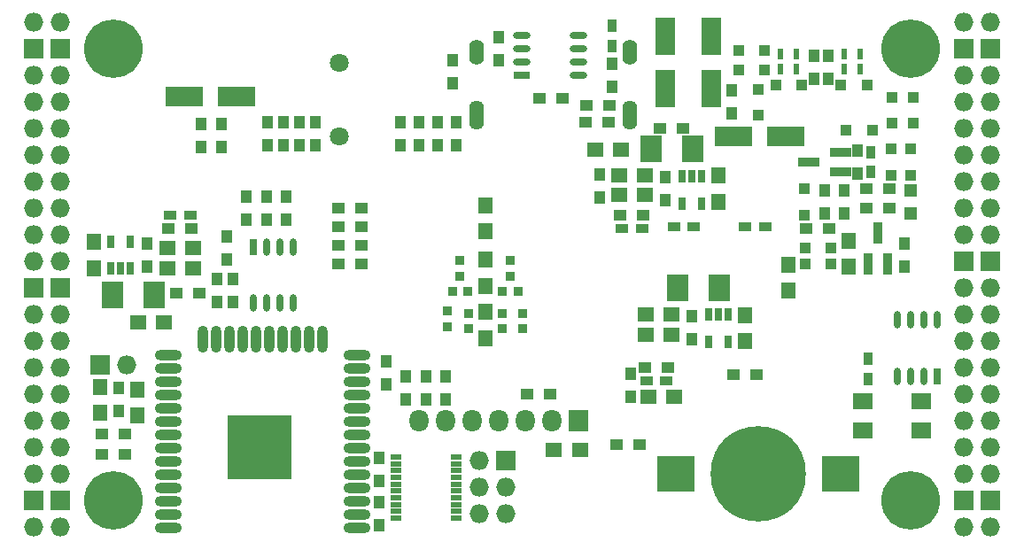
<source format=gbs>
G04 #@! TF.FileFunction,Soldermask,Bot*
%FSLAX46Y46*%
G04 Gerber Fmt 4.6, Leading zero omitted, Abs format (unit mm)*
G04 Created by KiCad (PCBNEW 4.0.7+dfsg1-1) date Fri Feb 23 19:31:04 2018*
%MOMM*%
%LPD*%
G01*
G04 APERTURE LIST*
%ADD10C,0.100000*%
%ADD11O,1.827200X1.827200*%
%ADD12R,1.827200X1.827200*%
%ADD13R,1.000000X1.300000*%
%ADD14R,1.900000X3.600000*%
%ADD15R,1.300000X1.000000*%
%ADD16R,2.100000X2.600000*%
%ADD17R,0.800000X1.300000*%
%ADD18R,1.350000X1.600000*%
%ADD19R,1.600000X1.350000*%
%ADD20R,0.900000X2.000000*%
%ADD21R,2.000000X0.900000*%
%ADD22R,1.300000X0.850000*%
%ADD23R,0.850000X1.300000*%
%ADD24C,5.600000*%
%ADD25R,1.100000X0.500000*%
%ADD26R,1.827200X2.132000*%
%ADD27O,1.827200X2.132000*%
%ADD28R,3.600000X1.900000*%
%ADD29R,3.600000X3.400000*%
%ADD30C,9.100000*%
%ADD31R,1.100000X1.100000*%
%ADD32C,1.800000*%
%ADD33O,1.400000X2.800000*%
%ADD34O,1.400000X2.400000*%
%ADD35R,0.700000X1.650000*%
%ADD36O,0.700000X1.650000*%
%ADD37R,1.650000X0.700000*%
%ADD38O,1.650000X0.700000*%
%ADD39O,2.600000X1.000000*%
%ADD40O,1.000000X2.600000*%
%ADD41R,6.100000X6.100000*%
%ADD42R,1.900000X1.500000*%
%ADD43R,1.300000X1.300000*%
%ADD44R,0.850000X0.900000*%
%ADD45R,0.900000X0.850000*%
%ADD46R,0.600000X1.000000*%
G04 APERTURE END LIST*
D10*
D11*
X97910000Y-62690000D03*
X95370000Y-62690000D03*
D12*
X97910000Y-65230000D03*
X95370000Y-65230000D03*
D11*
X97910000Y-67770000D03*
X95370000Y-67770000D03*
X97910000Y-70310000D03*
X95370000Y-70310000D03*
X97910000Y-72850000D03*
X95370000Y-72850000D03*
X97910000Y-75390000D03*
X95370000Y-75390000D03*
X97910000Y-77930000D03*
X95370000Y-77930000D03*
X97910000Y-80470000D03*
X95370000Y-80470000D03*
X97910000Y-83010000D03*
X95370000Y-83010000D03*
X97910000Y-85550000D03*
X95370000Y-85550000D03*
D12*
X97910000Y-88090000D03*
X95370000Y-88090000D03*
D11*
X97910000Y-90630000D03*
X95370000Y-90630000D03*
X97910000Y-93170000D03*
X95370000Y-93170000D03*
X97910000Y-95710000D03*
X95370000Y-95710000D03*
X97910000Y-98250000D03*
X95370000Y-98250000D03*
X97910000Y-100790000D03*
X95370000Y-100790000D03*
X97910000Y-103330000D03*
X95370000Y-103330000D03*
X97910000Y-105870000D03*
X95370000Y-105870000D03*
D12*
X97910000Y-108410000D03*
X95370000Y-108410000D03*
D11*
X97910000Y-110950000D03*
X95370000Y-110950000D03*
D13*
X103498000Y-99858000D03*
X103498000Y-97658000D03*
D14*
X155695000Y-69000000D03*
X155695000Y-64000000D03*
D15*
X157430000Y-72850000D03*
X155230000Y-72850000D03*
D16*
X160870000Y-88090000D03*
X156870000Y-88090000D03*
D17*
X159825000Y-90600000D03*
X160775000Y-90600000D03*
X161725000Y-90600000D03*
X161725000Y-93200000D03*
X159825000Y-93200000D03*
D16*
X102895000Y-88725000D03*
X106895000Y-88725000D03*
D17*
X104575000Y-86215000D03*
X103625000Y-86215000D03*
X102675000Y-86215000D03*
X102675000Y-83615000D03*
X104575000Y-83615000D03*
D16*
X158330000Y-74755000D03*
X154330000Y-74755000D03*
D17*
X157285000Y-77392000D03*
X158235000Y-77392000D03*
X159185000Y-77392000D03*
X159185000Y-79992000D03*
X157285000Y-79992000D03*
D18*
X101085000Y-83665000D03*
X101085000Y-86165000D03*
D19*
X153810000Y-90630000D03*
X156310000Y-90630000D03*
X153810000Y-92535000D03*
X156310000Y-92535000D03*
D18*
X163315000Y-93150000D03*
X163315000Y-90650000D03*
D19*
X151270000Y-79200000D03*
X153770000Y-79200000D03*
X151270000Y-77295000D03*
X153770000Y-77295000D03*
D18*
X160775000Y-79815000D03*
X160775000Y-77315000D03*
D19*
X110590000Y-84280000D03*
X108090000Y-84280000D03*
X110590000Y-86185000D03*
X108090000Y-86185000D03*
D18*
X173221000Y-86038000D03*
X173221000Y-83538000D03*
D20*
X176965000Y-85780000D03*
X175065000Y-85780000D03*
X176015000Y-82780000D03*
D21*
X172435000Y-75075000D03*
X172435000Y-76975000D03*
X169435000Y-76025000D03*
D22*
X153910000Y-96910000D03*
X155810000Y-96910000D03*
X151570000Y-82375000D03*
X153470000Y-82375000D03*
X110290000Y-81105000D03*
X108390000Y-81105000D03*
D23*
X175380000Y-75075000D03*
X175380000Y-76975000D03*
D15*
X169200000Y-82375000D03*
X171400000Y-82375000D03*
D13*
X172840000Y-80935000D03*
X172840000Y-78735000D03*
D15*
X177115000Y-80470000D03*
X174915000Y-80470000D03*
D13*
X174110000Y-74925000D03*
X174110000Y-77125000D03*
X178555000Y-83815000D03*
X178555000Y-86015000D03*
X113785000Y-83180000D03*
X113785000Y-85380000D03*
X170935000Y-80935000D03*
X170935000Y-78735000D03*
X128390000Y-108580000D03*
X128390000Y-110780000D03*
D15*
X153239000Y-103076000D03*
X151039000Y-103076000D03*
X177115000Y-78565000D03*
X174915000Y-78565000D03*
X153760000Y-95640000D03*
X155960000Y-95640000D03*
X110440000Y-82375000D03*
X108240000Y-82375000D03*
X151420000Y-81105000D03*
X153620000Y-81105000D03*
D13*
X158235000Y-90800000D03*
X158235000Y-93000000D03*
X106165000Y-86015000D03*
X106165000Y-83815000D03*
X155695000Y-77465000D03*
X155695000Y-79665000D03*
D15*
X126696000Y-85804000D03*
X124496000Y-85804000D03*
X126696000Y-84026000D03*
X124496000Y-84026000D03*
X126696000Y-82248000D03*
X124496000Y-82248000D03*
X126696000Y-80470000D03*
X124496000Y-80470000D03*
D13*
X130422000Y-74458000D03*
X130422000Y-72258000D03*
X132200000Y-74458000D03*
X132200000Y-72258000D03*
X133978000Y-74458000D03*
X133978000Y-72258000D03*
X135756000Y-74458000D03*
X135756000Y-72258000D03*
D23*
X150589600Y-64910000D03*
X150589600Y-63010000D03*
D11*
X184270000Y-110950000D03*
X186810000Y-110950000D03*
D12*
X184270000Y-108410000D03*
X186810000Y-108410000D03*
D11*
X184270000Y-105870000D03*
X186810000Y-105870000D03*
X184270000Y-103330000D03*
X186810000Y-103330000D03*
X184270000Y-100790000D03*
X186810000Y-100790000D03*
X184270000Y-98250000D03*
X186810000Y-98250000D03*
X184270000Y-95710000D03*
X186810000Y-95710000D03*
X184270000Y-93170000D03*
X186810000Y-93170000D03*
X184270000Y-90630000D03*
X186810000Y-90630000D03*
X184270000Y-88090000D03*
X186810000Y-88090000D03*
D12*
X184270000Y-85550000D03*
X186810000Y-85550000D03*
D11*
X184270000Y-83010000D03*
X186810000Y-83010000D03*
X184270000Y-80470000D03*
X186810000Y-80470000D03*
X184270000Y-77930000D03*
X186810000Y-77930000D03*
X184270000Y-75390000D03*
X186810000Y-75390000D03*
X184270000Y-72850000D03*
X186810000Y-72850000D03*
X184270000Y-70310000D03*
X186810000Y-70310000D03*
X184270000Y-67770000D03*
X186810000Y-67770000D03*
D12*
X184270000Y-65230000D03*
X186810000Y-65230000D03*
D11*
X184270000Y-62690000D03*
X186810000Y-62690000D03*
D24*
X102990000Y-108410000D03*
X179190000Y-108410000D03*
X179190000Y-65230000D03*
X102990000Y-65230000D03*
D13*
X162045000Y-71410000D03*
X162045000Y-69210000D03*
X139820000Y-66330000D03*
X139820000Y-64130000D03*
X135375000Y-68532000D03*
X135375000Y-66332000D03*
X150615000Y-68870000D03*
X150615000Y-66670000D03*
D15*
X150275000Y-72215000D03*
X148075000Y-72215000D03*
X150380000Y-70600000D03*
X148180000Y-70600000D03*
D25*
X135735000Y-104215000D03*
X135735000Y-104865000D03*
X135735000Y-105515000D03*
X135735000Y-106165000D03*
X135735000Y-106815000D03*
X135735000Y-107465000D03*
X135735000Y-108115000D03*
X135735000Y-108765000D03*
X135735000Y-109415000D03*
X135735000Y-110065000D03*
X129935000Y-110065000D03*
X129935000Y-109415000D03*
X129935000Y-108765000D03*
X129935000Y-108115000D03*
X129935000Y-107465000D03*
X129935000Y-106815000D03*
X129935000Y-106165000D03*
X129935000Y-105515000D03*
X129935000Y-104865000D03*
X129935000Y-104215000D03*
D13*
X119500000Y-79370000D03*
X119500000Y-81570000D03*
X114420000Y-89444000D03*
X114420000Y-87244000D03*
X129025000Y-97275000D03*
X129025000Y-95075000D03*
X117595000Y-79370000D03*
X117595000Y-81570000D03*
X112896000Y-89444000D03*
X112896000Y-87244000D03*
X115690000Y-79370000D03*
X115690000Y-81570000D03*
D15*
X144730000Y-98250000D03*
X142530000Y-98250000D03*
D13*
X132835000Y-98715000D03*
X132835000Y-96515000D03*
X130930000Y-98715000D03*
X130930000Y-96515000D03*
D15*
X101890000Y-103965000D03*
X104090000Y-103965000D03*
D12*
X101720000Y-95456000D03*
D11*
X104260000Y-95456000D03*
D15*
X104090000Y-102060000D03*
X101890000Y-102060000D03*
D18*
X167506000Y-88324000D03*
X167506000Y-85824000D03*
D15*
X164415000Y-96345000D03*
X162215000Y-96345000D03*
D12*
X140455000Y-104600000D03*
D11*
X137915000Y-104600000D03*
X140455000Y-107140000D03*
X137915000Y-107140000D03*
X140455000Y-109680000D03*
X137915000Y-109680000D03*
D18*
X138500000Y-90370000D03*
X138500000Y-92870000D03*
X138500000Y-82670000D03*
X138500000Y-80170000D03*
X138500000Y-85370000D03*
X138500000Y-87870000D03*
X101720000Y-97508000D03*
X101720000Y-100008000D03*
D13*
X113277000Y-74585000D03*
X113277000Y-72385000D03*
X111372000Y-74585000D03*
X111372000Y-72385000D03*
X171316000Y-68065000D03*
X171316000Y-65865000D03*
X169919000Y-68065000D03*
X169919000Y-65865000D03*
D26*
X147440000Y-100790000D03*
D27*
X144900000Y-100790000D03*
X142360000Y-100790000D03*
X139820000Y-100790000D03*
X137280000Y-100790000D03*
X134740000Y-100790000D03*
X132200000Y-100790000D03*
D18*
X105276000Y-100262000D03*
X105276000Y-97762000D03*
D28*
X109761000Y-69802000D03*
X114761000Y-69802000D03*
X167212000Y-73612000D03*
X162212000Y-73612000D03*
D14*
X160140000Y-64000000D03*
X160140000Y-69000000D03*
D19*
X154064000Y-98504000D03*
X156564000Y-98504000D03*
X107796000Y-91392000D03*
X105296000Y-91392000D03*
X151484000Y-74882000D03*
X148984000Y-74882000D03*
D13*
X134740000Y-96515000D03*
X134740000Y-98715000D03*
D29*
X172485000Y-105870000D03*
X156685000Y-105870000D03*
D30*
X164585000Y-105870000D03*
D31*
X168756000Y-68659000D03*
X166256000Y-68659000D03*
X172479000Y-68659000D03*
X174979000Y-68659000D03*
X169050000Y-84280000D03*
X171550000Y-84280000D03*
X169030000Y-81085000D03*
X169030000Y-78585000D03*
X171550000Y-85804000D03*
X169050000Y-85804000D03*
X179190000Y-77275000D03*
X179190000Y-74775000D03*
X177285000Y-74775000D03*
X177285000Y-77275000D03*
X172987000Y-72977000D03*
X175487000Y-72977000D03*
X164585000Y-69060000D03*
X164585000Y-71560000D03*
D13*
X128390000Y-106546000D03*
X128390000Y-104346000D03*
X117722000Y-74458000D03*
X117722000Y-72258000D03*
X119246000Y-74458000D03*
X119246000Y-72258000D03*
X120770000Y-74458000D03*
X120770000Y-72258000D03*
X122294000Y-74458000D03*
X122294000Y-72258000D03*
D15*
X145880000Y-69900000D03*
X143680000Y-69900000D03*
D32*
X124580000Y-66548000D03*
X124580000Y-73548000D03*
D33*
X152280000Y-71550000D03*
X137680000Y-71550000D03*
D34*
X137680000Y-65500000D03*
X152280000Y-65500000D03*
D35*
X181730000Y-96505000D03*
D36*
X180460000Y-96505000D03*
X179190000Y-96505000D03*
X177920000Y-96505000D03*
X177920000Y-91105000D03*
X179190000Y-91105000D03*
X180460000Y-91105000D03*
X181730000Y-91105000D03*
D37*
X141980000Y-67706500D03*
D38*
X141980000Y-66436500D03*
X141980000Y-65166500D03*
X141980000Y-63896500D03*
X147380000Y-63896500D03*
X147380000Y-65166500D03*
X147380000Y-66436500D03*
X147380000Y-67706500D03*
D35*
X116325000Y-84120000D03*
D36*
X117595000Y-84120000D03*
X118865000Y-84120000D03*
X120135000Y-84120000D03*
X120135000Y-89520000D03*
X118865000Y-89520000D03*
X117595000Y-89520000D03*
X116325000Y-89520000D03*
D39*
X126230000Y-111000000D03*
X126230000Y-109730000D03*
X126230000Y-108460000D03*
X126230000Y-107190000D03*
X126230000Y-105920000D03*
X126230000Y-104650000D03*
X126230000Y-103380000D03*
X126230000Y-102110000D03*
X126230000Y-100840000D03*
X126230000Y-99570000D03*
X126230000Y-98300000D03*
X126230000Y-97030000D03*
X126230000Y-95760000D03*
X126230000Y-94490000D03*
D40*
X122945000Y-93000000D03*
X121675000Y-93000000D03*
X120405000Y-93000000D03*
X119135000Y-93000000D03*
X117865000Y-93000000D03*
X116595000Y-93000000D03*
X115325000Y-93000000D03*
X114055000Y-93000000D03*
X112785000Y-93000000D03*
X111515000Y-93000000D03*
D39*
X108230000Y-94490000D03*
X108230000Y-95760000D03*
X108230000Y-97030000D03*
X108230000Y-98300000D03*
X108230000Y-99570000D03*
X108230000Y-100840000D03*
X108230000Y-102110000D03*
X108230000Y-103380000D03*
X108230000Y-104650000D03*
X108230000Y-105920000D03*
X108230000Y-107190000D03*
X108230000Y-108460000D03*
X108230000Y-109730000D03*
X108230000Y-111000000D03*
D41*
X116930000Y-103300000D03*
D42*
X180212000Y-98882000D03*
X174612000Y-98882000D03*
X174612000Y-101682000D03*
X180212000Y-101682000D03*
D43*
X179190000Y-78735000D03*
X179190000Y-80935000D03*
D44*
X140900000Y-86970000D03*
X140900000Y-85470000D03*
X136100000Y-86970000D03*
X136100000Y-85470000D03*
X136900000Y-91970000D03*
X136900000Y-90470000D03*
X140100000Y-91970000D03*
X140100000Y-90470000D03*
X142100000Y-91970000D03*
X142100000Y-90470000D03*
X134900000Y-91770000D03*
X134900000Y-90270000D03*
D45*
X136850000Y-88420000D03*
X135350000Y-88420000D03*
X140150000Y-88420000D03*
X141650000Y-88420000D03*
D22*
X163350000Y-82220000D03*
X165250000Y-82220000D03*
X158450000Y-82220000D03*
X156550000Y-82220000D03*
D23*
X175100000Y-94870000D03*
X175100000Y-96770000D03*
D46*
X166756000Y-67135000D03*
X168256000Y-67135000D03*
X174350000Y-67120000D03*
X172850000Y-67120000D03*
D31*
X162700000Y-67262000D03*
X165200000Y-67262000D03*
X165200000Y-65357000D03*
X162700000Y-65357000D03*
X177412000Y-72322000D03*
X177412000Y-69822000D03*
X179444000Y-69822000D03*
X179444000Y-72322000D03*
D46*
X166756000Y-65738000D03*
X168256000Y-65738000D03*
X172852000Y-65738000D03*
X174352000Y-65738000D03*
D13*
X152393000Y-96261000D03*
X152393000Y-98461000D03*
D15*
X109002000Y-88598000D03*
X111202000Y-88598000D03*
D13*
X149472000Y-77211000D03*
X149472000Y-79411000D03*
D19*
X145047000Y-103584000D03*
X147547000Y-103584000D03*
M02*

</source>
